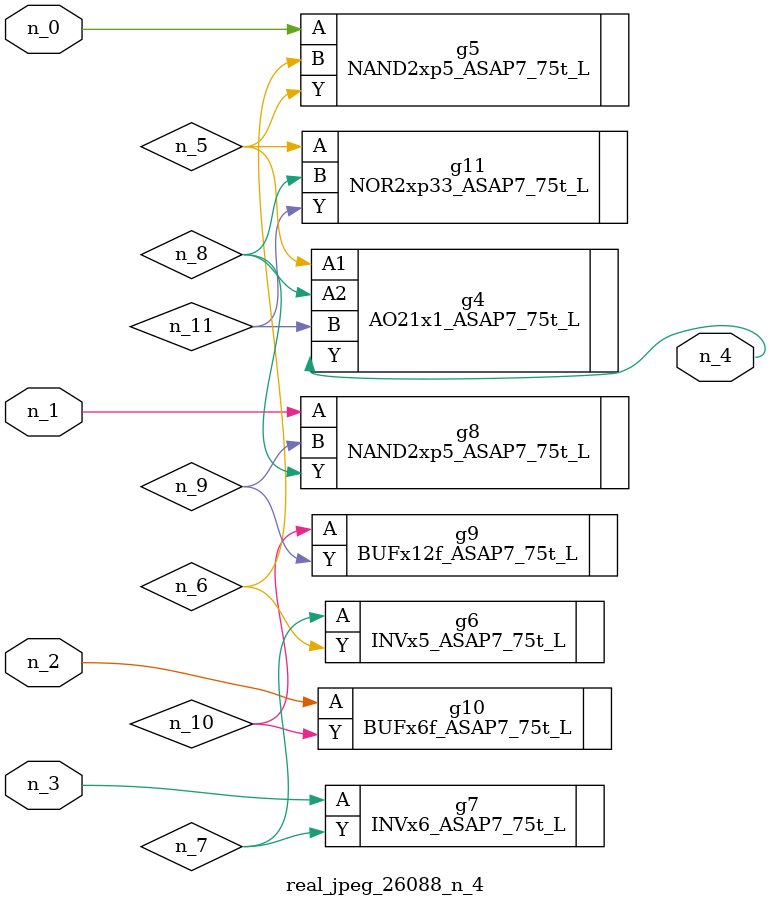
<source format=v>
module real_jpeg_26088_n_4 (n_3, n_1, n_0, n_2, n_4);

input n_3;
input n_1;
input n_0;
input n_2;

output n_4;

wire n_5;
wire n_8;
wire n_11;
wire n_6;
wire n_7;
wire n_10;
wire n_9;

NAND2xp5_ASAP7_75t_L g5 ( 
.A(n_0),
.B(n_6),
.Y(n_5)
);

NAND2xp5_ASAP7_75t_L g8 ( 
.A(n_1),
.B(n_9),
.Y(n_8)
);

BUFx6f_ASAP7_75t_L g10 ( 
.A(n_2),
.Y(n_10)
);

INVx6_ASAP7_75t_L g7 ( 
.A(n_3),
.Y(n_7)
);

AO21x1_ASAP7_75t_L g4 ( 
.A1(n_5),
.A2(n_8),
.B(n_11),
.Y(n_4)
);

NOR2xp33_ASAP7_75t_L g11 ( 
.A(n_5),
.B(n_8),
.Y(n_11)
);

INVx5_ASAP7_75t_L g6 ( 
.A(n_7),
.Y(n_6)
);

BUFx12f_ASAP7_75t_L g9 ( 
.A(n_10),
.Y(n_9)
);


endmodule
</source>
